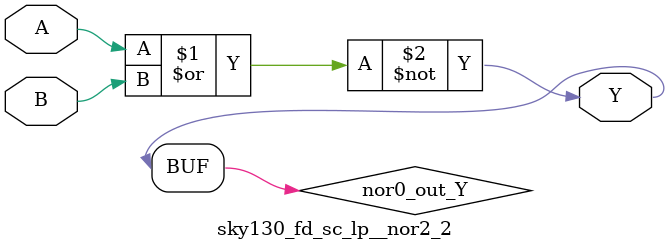
<source format=v>
/*
 * Copyright 2020 The SkyWater PDK Authors
 *
 * Licensed under the Apache License, Version 2.0 (the "License");
 * you may not use this file except in compliance with the License.
 * You may obtain a copy of the License at
 *
 *     https://www.apache.org/licenses/LICENSE-2.0
 *
 * Unless required by applicable law or agreed to in writing, software
 * distributed under the License is distributed on an "AS IS" BASIS,
 * WITHOUT WARRANTIES OR CONDITIONS OF ANY KIND, either express or implied.
 * See the License for the specific language governing permissions and
 * limitations under the License.
 *
 * SPDX-License-Identifier: Apache-2.0
*/


`ifndef SKY130_FD_SC_LP__NOR2_2_FUNCTIONAL_V
`define SKY130_FD_SC_LP__NOR2_2_FUNCTIONAL_V

/**
 * nor2: 2-input NOR.
 *
 * Verilog simulation functional model.
 */

`timescale 1ns / 1ps
`default_nettype none

`celldefine
module sky130_fd_sc_lp__nor2_2 (
    Y,
    A,
    B
);

    // Module ports
    output Y;
    input  A;
    input  B;

    // Local signals
    wire nor0_out_Y;

    //  Name  Output      Other arguments
    nor nor0 (nor0_out_Y, A, B           );
    buf buf0 (Y         , nor0_out_Y     );

endmodule
`endcelldefine

`default_nettype wire
`endif  // SKY130_FD_SC_LP__NOR2_2_FUNCTIONAL_V

</source>
